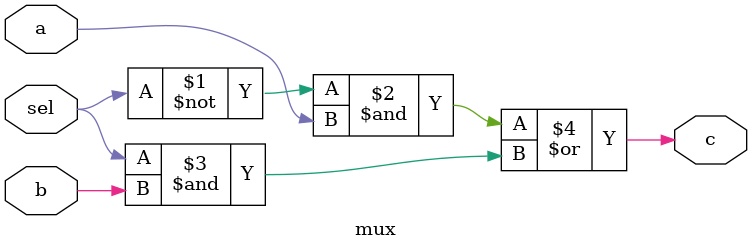
<source format=v>
module mux(input a,
input sel,
input b,
output c
);

assign c= (~sel&a)|(sel&b);

endmodule

</source>
